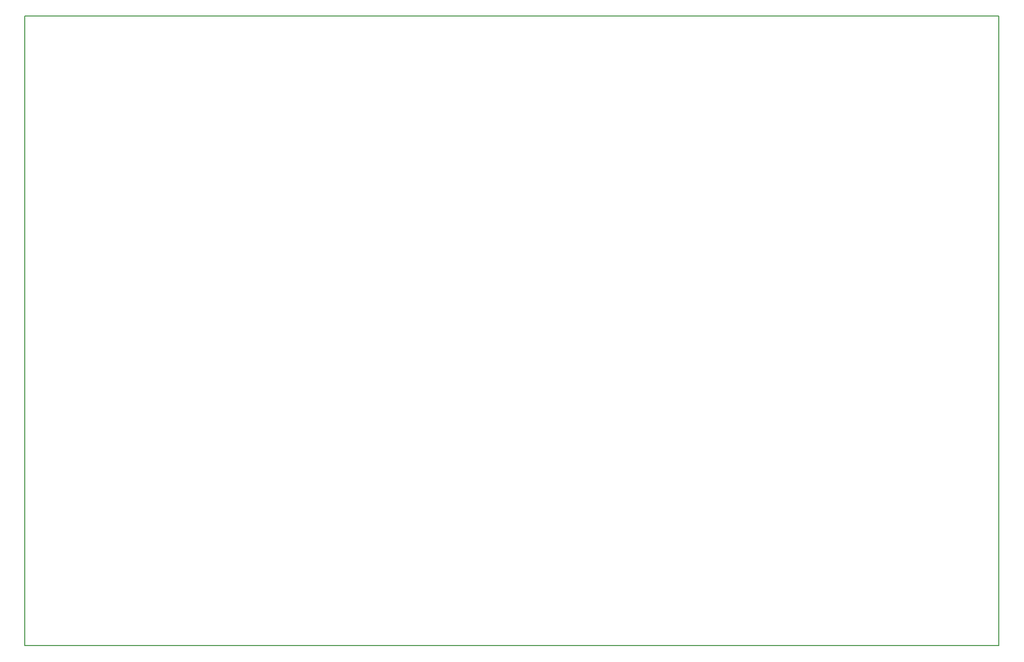
<source format=gbr>
%TF.GenerationSoftware,KiCad,Pcbnew,(6.0.8-1)-1*%
%TF.CreationDate,2022-11-17T19:15:12-05:00*%
%TF.ProjectId,HermEIS,4865726d-4549-4532-9e6b-696361645f70,rev?*%
%TF.SameCoordinates,Original*%
%TF.FileFunction,Other,User*%
%FSLAX46Y46*%
G04 Gerber Fmt 4.6, Leading zero omitted, Abs format (unit mm)*
G04 Created by KiCad (PCBNEW (6.0.8-1)-1) date 2022-11-17 19:15:12*
%MOMM*%
%LPD*%
G01*
G04 APERTURE LIST*
%ADD10C,0.200000*%
G04 APERTURE END LIST*
D10*
X27270000Y-23955000D02*
X197270000Y-23955000D01*
X197270000Y-23955000D02*
X197270000Y-133955000D01*
X197270000Y-133955000D02*
X27270000Y-133955000D01*
X27270000Y-133955000D02*
X27270000Y-23955000D01*
M02*

</source>
